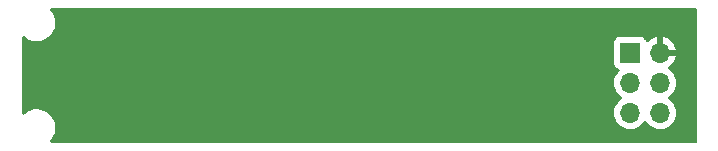
<source format=gbr>
%TF.GenerationSoftware,KiCad,Pcbnew,(6.0.6)*%
%TF.CreationDate,2022-08-04T21:15:32+02:00*%
%TF.ProjectId,Linearsensor,4c696e65-6172-4736-956e-736f722e6b69,rev?*%
%TF.SameCoordinates,Original*%
%TF.FileFunction,Copper,L2,Bot*%
%TF.FilePolarity,Positive*%
%FSLAX46Y46*%
G04 Gerber Fmt 4.6, Leading zero omitted, Abs format (unit mm)*
G04 Created by KiCad (PCBNEW (6.0.6)) date 2022-08-04 21:15:32*
%MOMM*%
%LPD*%
G01*
G04 APERTURE LIST*
%TA.AperFunction,ComponentPad*%
%ADD10R,1.700000X1.700000*%
%TD*%
%TA.AperFunction,ComponentPad*%
%ADD11O,1.700000X1.700000*%
%TD*%
%TA.AperFunction,ViaPad*%
%ADD12C,0.800000*%
%TD*%
G04 APERTURE END LIST*
D10*
%TO.P,J2,1,Pin_1*%
%TO.N,+3.3V*%
X187390000Y-100345000D03*
D11*
%TO.P,J2,2,Pin_2*%
%TO.N,GND*%
X189930000Y-100345000D03*
%TO.P,J2,3,Pin_3*%
%TO.N,Net-(J2-Pad3)*%
X187390000Y-102885000D03*
%TO.P,J2,4,Pin_4*%
%TO.N,Net-(J2-Pad4)*%
X189930000Y-102885000D03*
%TO.P,J2,5,Pin_5*%
%TO.N,Net-(J2-Pad5)*%
X187390000Y-105425000D03*
%TO.P,J2,6,Pin_6*%
%TO.N,Net-(J2-Pad6)*%
X189930000Y-105425000D03*
%TD*%
D12*
%TO.N,GND*%
X182880000Y-102870000D03*
X170180000Y-102870000D03*
X144780000Y-102870000D03*
X157480000Y-102870000D03*
%TD*%
%TA.AperFunction,Conductor*%
%TO.N,GND*%
G36*
X192982121Y-96540002D02*
G01*
X193028614Y-96593658D01*
X193040000Y-96646000D01*
X193040000Y-107824000D01*
X193019998Y-107892121D01*
X192966342Y-107938614D01*
X192914000Y-107950000D01*
X138400274Y-107950000D01*
X138332153Y-107929998D01*
X138285660Y-107876342D01*
X138275556Y-107806068D01*
X138302910Y-107744024D01*
X138365397Y-107667951D01*
X138443924Y-107572351D01*
X138570078Y-107355596D01*
X138659955Y-107121461D01*
X138711241Y-106875967D01*
X138722618Y-106625432D01*
X138693792Y-106376301D01*
X138675636Y-106312137D01*
X138626884Y-106139852D01*
X138626883Y-106139850D01*
X138625506Y-106134983D01*
X138623372Y-106130408D01*
X138623370Y-106130401D01*
X138521653Y-105912269D01*
X138521651Y-105912265D01*
X138519516Y-105907687D01*
X138471766Y-105837425D01*
X138381395Y-105704448D01*
X138381392Y-105704444D01*
X138378549Y-105700261D01*
X138292766Y-105609547D01*
X138209713Y-105521721D01*
X138206233Y-105518041D01*
X138198184Y-105511887D01*
X138040980Y-105391695D01*
X186027251Y-105391695D01*
X186027548Y-105396848D01*
X186027548Y-105396851D01*
X186033011Y-105491590D01*
X186040110Y-105614715D01*
X186041247Y-105619761D01*
X186041248Y-105619767D01*
X186058560Y-105696583D01*
X186089222Y-105832639D01*
X186173266Y-106039616D01*
X186224019Y-106122438D01*
X186287291Y-106225688D01*
X186289987Y-106230088D01*
X186293367Y-106233990D01*
X186304352Y-106246671D01*
X186436250Y-106398938D01*
X186608126Y-106541632D01*
X186801000Y-106654338D01*
X187009692Y-106734030D01*
X187014760Y-106735061D01*
X187014763Y-106735062D01*
X187122017Y-106756883D01*
X187228597Y-106778567D01*
X187233772Y-106778757D01*
X187233774Y-106778757D01*
X187446673Y-106786564D01*
X187446677Y-106786564D01*
X187451837Y-106786753D01*
X187456957Y-106786097D01*
X187456959Y-106786097D01*
X187668288Y-106759025D01*
X187668289Y-106759025D01*
X187673416Y-106758368D01*
X187678366Y-106756883D01*
X187882429Y-106695661D01*
X187882434Y-106695659D01*
X187887384Y-106694174D01*
X188087994Y-106595896D01*
X188269860Y-106466173D01*
X188428096Y-106308489D01*
X188487594Y-106225689D01*
X188558453Y-106127077D01*
X188559776Y-106128028D01*
X188606645Y-106084857D01*
X188676580Y-106072625D01*
X188742026Y-106100144D01*
X188769875Y-106131994D01*
X188829987Y-106230088D01*
X188833367Y-106233990D01*
X188844352Y-106246671D01*
X188976250Y-106398938D01*
X189148126Y-106541632D01*
X189341000Y-106654338D01*
X189549692Y-106734030D01*
X189554760Y-106735061D01*
X189554763Y-106735062D01*
X189662017Y-106756883D01*
X189768597Y-106778567D01*
X189773772Y-106778757D01*
X189773774Y-106778757D01*
X189986673Y-106786564D01*
X189986677Y-106786564D01*
X189991837Y-106786753D01*
X189996957Y-106786097D01*
X189996959Y-106786097D01*
X190208288Y-106759025D01*
X190208289Y-106759025D01*
X190213416Y-106758368D01*
X190218366Y-106756883D01*
X190422429Y-106695661D01*
X190422434Y-106695659D01*
X190427384Y-106694174D01*
X190627994Y-106595896D01*
X190809860Y-106466173D01*
X190968096Y-106308489D01*
X191027594Y-106225689D01*
X191095435Y-106131277D01*
X191098453Y-106127077D01*
X191119320Y-106084857D01*
X191195136Y-105931453D01*
X191195137Y-105931451D01*
X191197430Y-105926811D01*
X191262370Y-105713069D01*
X191291529Y-105491590D01*
X191293156Y-105425000D01*
X191274852Y-105202361D01*
X191220431Y-104985702D01*
X191131354Y-104780840D01*
X191010014Y-104593277D01*
X190859670Y-104428051D01*
X190855619Y-104424852D01*
X190855615Y-104424848D01*
X190688414Y-104292800D01*
X190688410Y-104292798D01*
X190684359Y-104289598D01*
X190643053Y-104266796D01*
X190593084Y-104216364D01*
X190578312Y-104146921D01*
X190603428Y-104080516D01*
X190630780Y-104053909D01*
X190674603Y-104022650D01*
X190809860Y-103926173D01*
X190968096Y-103768489D01*
X191027594Y-103685689D01*
X191095435Y-103591277D01*
X191098453Y-103587077D01*
X191119320Y-103544857D01*
X191195136Y-103391453D01*
X191195137Y-103391451D01*
X191197430Y-103386811D01*
X191262370Y-103173069D01*
X191291529Y-102951590D01*
X191293156Y-102885000D01*
X191274852Y-102662361D01*
X191220431Y-102445702D01*
X191131354Y-102240840D01*
X191010014Y-102053277D01*
X190859670Y-101888051D01*
X190855619Y-101884852D01*
X190855615Y-101884848D01*
X190688414Y-101752800D01*
X190688410Y-101752798D01*
X190684359Y-101749598D01*
X190642569Y-101726529D01*
X190592598Y-101676097D01*
X190577826Y-101606654D01*
X190602942Y-101540248D01*
X190630294Y-101513641D01*
X190805328Y-101388792D01*
X190813200Y-101382139D01*
X190964052Y-101231812D01*
X190970730Y-101223965D01*
X191095003Y-101051020D01*
X191100313Y-101042183D01*
X191194670Y-100851267D01*
X191198469Y-100841672D01*
X191260377Y-100637910D01*
X191262555Y-100627837D01*
X191263986Y-100616962D01*
X191261775Y-100602778D01*
X191248617Y-100599000D01*
X189802000Y-100599000D01*
X189733879Y-100578998D01*
X189687386Y-100525342D01*
X189676000Y-100473000D01*
X189676000Y-100072885D01*
X190184000Y-100072885D01*
X190188475Y-100088124D01*
X190189865Y-100089329D01*
X190197548Y-100091000D01*
X191248344Y-100091000D01*
X191261875Y-100087027D01*
X191263180Y-100077947D01*
X191221214Y-99910875D01*
X191217894Y-99901124D01*
X191132972Y-99705814D01*
X191128105Y-99696739D01*
X191012426Y-99517926D01*
X191006136Y-99509757D01*
X190862806Y-99352240D01*
X190855273Y-99345215D01*
X190688139Y-99213222D01*
X190679552Y-99207517D01*
X190493117Y-99104599D01*
X190483705Y-99100369D01*
X190282959Y-99029280D01*
X190272988Y-99026646D01*
X190201837Y-99013972D01*
X190188540Y-99015432D01*
X190184000Y-99029989D01*
X190184000Y-100072885D01*
X189676000Y-100072885D01*
X189676000Y-99028102D01*
X189672082Y-99014758D01*
X189657806Y-99012771D01*
X189619324Y-99018660D01*
X189609288Y-99021051D01*
X189406868Y-99087212D01*
X189397359Y-99091209D01*
X189208463Y-99189542D01*
X189199738Y-99195036D01*
X189029433Y-99322905D01*
X189021726Y-99329748D01*
X188944478Y-99410584D01*
X188882954Y-99446014D01*
X188812042Y-99442557D01*
X188754255Y-99401311D01*
X188735402Y-99367763D01*
X188693767Y-99256703D01*
X188690615Y-99248295D01*
X188603261Y-99131739D01*
X188486705Y-99044385D01*
X188350316Y-98993255D01*
X188288134Y-98986500D01*
X186491866Y-98986500D01*
X186429684Y-98993255D01*
X186293295Y-99044385D01*
X186176739Y-99131739D01*
X186089385Y-99248295D01*
X186038255Y-99384684D01*
X186031500Y-99446866D01*
X186031500Y-101243134D01*
X186038255Y-101305316D01*
X186089385Y-101441705D01*
X186176739Y-101558261D01*
X186293295Y-101645615D01*
X186301704Y-101648767D01*
X186301705Y-101648768D01*
X186410451Y-101689535D01*
X186467216Y-101732176D01*
X186491916Y-101798738D01*
X186476709Y-101868087D01*
X186457316Y-101894568D01*
X186330629Y-102027138D01*
X186204743Y-102211680D01*
X186110688Y-102414305D01*
X186050989Y-102629570D01*
X186027251Y-102851695D01*
X186027548Y-102856848D01*
X186027548Y-102856851D01*
X186033011Y-102951590D01*
X186040110Y-103074715D01*
X186041247Y-103079761D01*
X186041248Y-103079767D01*
X186061119Y-103167939D01*
X186089222Y-103292639D01*
X186173266Y-103499616D01*
X186224019Y-103582438D01*
X186287291Y-103685688D01*
X186289987Y-103690088D01*
X186436250Y-103858938D01*
X186608126Y-104001632D01*
X186678595Y-104042811D01*
X186681445Y-104044476D01*
X186730169Y-104096114D01*
X186743240Y-104165897D01*
X186716509Y-104231669D01*
X186676055Y-104265027D01*
X186663607Y-104271507D01*
X186659474Y-104274610D01*
X186659471Y-104274612D01*
X186635247Y-104292800D01*
X186484965Y-104405635D01*
X186330629Y-104567138D01*
X186204743Y-104751680D01*
X186110688Y-104954305D01*
X186050989Y-105169570D01*
X186027251Y-105391695D01*
X138040980Y-105391695D01*
X138011019Y-105368788D01*
X138011015Y-105368785D01*
X138006999Y-105365715D01*
X137785974Y-105247203D01*
X137781193Y-105245557D01*
X137781189Y-105245555D01*
X137553633Y-105167201D01*
X137548844Y-105165552D01*
X137445311Y-105147669D01*
X137305620Y-105123540D01*
X137305614Y-105123539D01*
X137301710Y-105122865D01*
X137297749Y-105122685D01*
X137297748Y-105122685D01*
X137273069Y-105121564D01*
X137273050Y-105121564D01*
X137271650Y-105121500D01*
X137096985Y-105121500D01*
X137094477Y-105121702D01*
X137094472Y-105121702D01*
X136915056Y-105136137D01*
X136915051Y-105136138D01*
X136910015Y-105136543D01*
X136905107Y-105137748D01*
X136905104Y-105137749D01*
X136775554Y-105169570D01*
X136666461Y-105196366D01*
X136661809Y-105198341D01*
X136661805Y-105198342D01*
X136541061Y-105249595D01*
X136435604Y-105294359D01*
X136223385Y-105428000D01*
X136151257Y-105491590D01*
X136099325Y-105537374D01*
X136035000Y-105567419D01*
X135964642Y-105557918D01*
X135910590Y-105511887D01*
X135890000Y-105442860D01*
X135890000Y-99031957D01*
X135910002Y-98963836D01*
X135963658Y-98917343D01*
X136033932Y-98907239D01*
X136098512Y-98936733D01*
X136107546Y-98945382D01*
X136110279Y-98948271D01*
X136113767Y-98951959D01*
X136117793Y-98955037D01*
X136117794Y-98955038D01*
X136308981Y-99101212D01*
X136308985Y-99101215D01*
X136313001Y-99104285D01*
X136534026Y-99222797D01*
X136538807Y-99224443D01*
X136538811Y-99224445D01*
X136764538Y-99302169D01*
X136771156Y-99304448D01*
X136874689Y-99322331D01*
X137014380Y-99346460D01*
X137014386Y-99346461D01*
X137018290Y-99347135D01*
X137022251Y-99347315D01*
X137022252Y-99347315D01*
X137046931Y-99348436D01*
X137046950Y-99348436D01*
X137048350Y-99348500D01*
X137223015Y-99348500D01*
X137225523Y-99348298D01*
X137225528Y-99348298D01*
X137404944Y-99333863D01*
X137404949Y-99333862D01*
X137409985Y-99333457D01*
X137414893Y-99332252D01*
X137414896Y-99332251D01*
X137648625Y-99274841D01*
X137653539Y-99273634D01*
X137658191Y-99271659D01*
X137658195Y-99271658D01*
X137879741Y-99177617D01*
X137879742Y-99177617D01*
X137884396Y-99175641D01*
X138096615Y-99042000D01*
X138284738Y-98876147D01*
X138443924Y-98682351D01*
X138570078Y-98465596D01*
X138659955Y-98231461D01*
X138711241Y-97985967D01*
X138722618Y-97735432D01*
X138693792Y-97486301D01*
X138654810Y-97348539D01*
X138626884Y-97249852D01*
X138626883Y-97249850D01*
X138625506Y-97244983D01*
X138623372Y-97240408D01*
X138623370Y-97240401D01*
X138521653Y-97022269D01*
X138521651Y-97022265D01*
X138519516Y-97017687D01*
X138449909Y-96915263D01*
X138381395Y-96814448D01*
X138381392Y-96814444D01*
X138378549Y-96810261D01*
X138375070Y-96806582D01*
X138375066Y-96806577D01*
X138305084Y-96732573D01*
X138272812Y-96669335D01*
X138279852Y-96598688D01*
X138323969Y-96543063D01*
X138396632Y-96520000D01*
X192914000Y-96520000D01*
X192982121Y-96540002D01*
G37*
%TD.AperFunction*%
%TD*%
M02*

</source>
